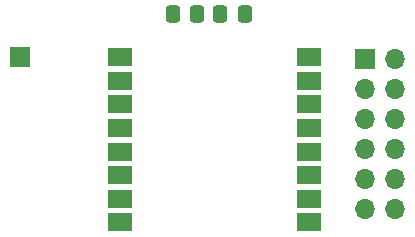
<source format=gbr>
%TF.GenerationSoftware,KiCad,Pcbnew,7.0.1*%
%TF.CreationDate,2023-04-28T09:34:28+02:00*%
%TF.ProjectId,RA01_ANT,52413031-5f41-44e5-942e-6b696361645f,rev?*%
%TF.SameCoordinates,Original*%
%TF.FileFunction,Soldermask,Top*%
%TF.FilePolarity,Negative*%
%FSLAX46Y46*%
G04 Gerber Fmt 4.6, Leading zero omitted, Abs format (unit mm)*
G04 Created by KiCad (PCBNEW 7.0.1) date 2023-04-28 09:34:28*
%MOMM*%
%LPD*%
G01*
G04 APERTURE LIST*
G04 Aperture macros list*
%AMRoundRect*
0 Rectangle with rounded corners*
0 $1 Rounding radius*
0 $2 $3 $4 $5 $6 $7 $8 $9 X,Y pos of 4 corners*
0 Add a 4 corners polygon primitive as box body*
4,1,4,$2,$3,$4,$5,$6,$7,$8,$9,$2,$3,0*
0 Add four circle primitives for the rounded corners*
1,1,$1+$1,$2,$3*
1,1,$1+$1,$4,$5*
1,1,$1+$1,$6,$7*
1,1,$1+$1,$8,$9*
0 Add four rect primitives between the rounded corners*
20,1,$1+$1,$2,$3,$4,$5,0*
20,1,$1+$1,$4,$5,$6,$7,0*
20,1,$1+$1,$6,$7,$8,$9,0*
20,1,$1+$1,$8,$9,$2,$3,0*%
G04 Aperture macros list end*
%ADD10R,1.700000X1.700000*%
%ADD11O,1.700000X1.700000*%
%ADD12R,2.000000X1.500000*%
%ADD13RoundRect,0.250000X-0.337500X-0.475000X0.337500X-0.475000X0.337500X0.475000X-0.337500X0.475000X0*%
%ADD14RoundRect,0.250000X0.337500X0.475000X-0.337500X0.475000X-0.337500X-0.475000X0.337500X-0.475000X0*%
G04 APERTURE END LIST*
D10*
%TO.C,J1*%
X149860000Y-43180000D03*
D11*
X152400000Y-43180000D03*
X149860000Y-45720000D03*
X152400000Y-45720000D03*
X149860000Y-48260000D03*
X152400000Y-48260000D03*
X149860000Y-50800000D03*
X152400000Y-50800000D03*
X149860000Y-53340000D03*
X152400000Y-53340000D03*
X149860000Y-55880000D03*
X152400000Y-55880000D03*
%TD*%
D12*
%TO.C,U1*%
X129160000Y-42990000D03*
X129160000Y-44990000D03*
X129160000Y-46990000D03*
X129160000Y-48990000D03*
X129160000Y-50990000D03*
X129160000Y-52990000D03*
X129160000Y-54990000D03*
X129160000Y-56990000D03*
X145160000Y-56990000D03*
X145160000Y-54990000D03*
X145160000Y-52990000D03*
X145160000Y-50990000D03*
X145160000Y-48990000D03*
X145160000Y-46990000D03*
X145160000Y-44990000D03*
X145160000Y-42990000D03*
%TD*%
D13*
%TO.C,C1*%
X137625000Y-39370000D03*
X139700000Y-39370000D03*
%TD*%
D10*
%TO.C,J2*%
X120650000Y-42990000D03*
%TD*%
D14*
%TO.C,C2*%
X135657500Y-39370000D03*
X133582500Y-39370000D03*
%TD*%
M02*

</source>
